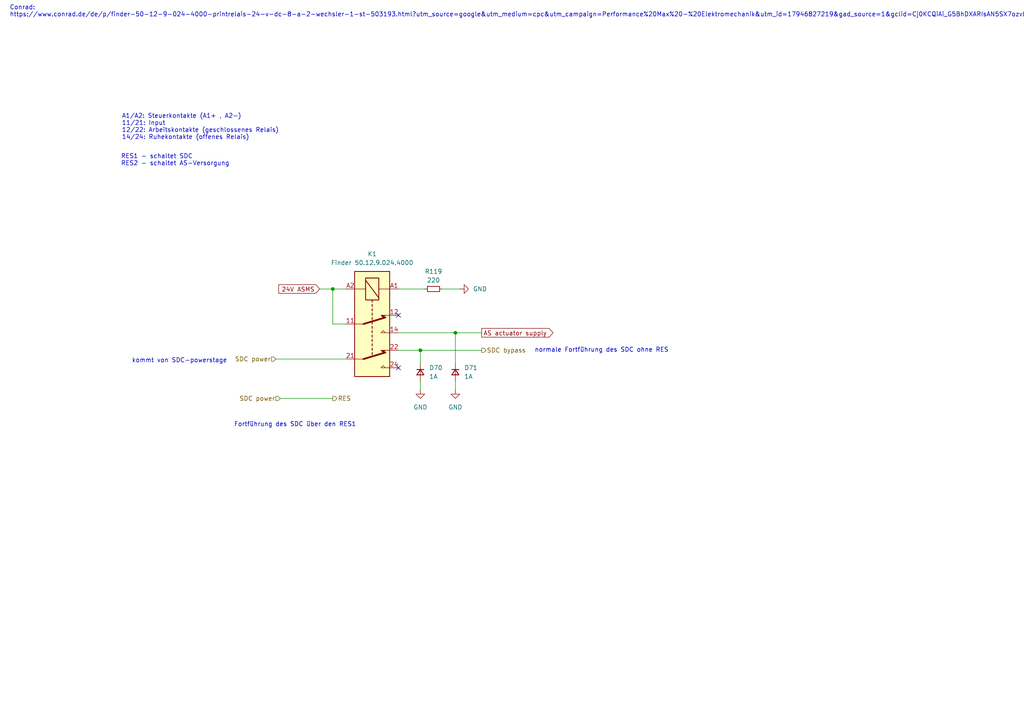
<source format=kicad_sch>
(kicad_sch (version 20231120) (generator "eeschema") (generator_version "8.0")
  (paper "A4")
  (title_block (title "PDU FT25") (date "2024-11-23") (rev "V1.1") (company "Janek Herm") (comment 1 "FaSTTUBe Electronics"))
  (lib_symbols
    (symbol "Device:D_Small" (pin_numbers hide) (pin_names (offset 0.254) hide)
      (property "Reference" "D" (at -1.27 2.032 0))
      (property "Value" "D_Small" (at -3.81 -2.032 0))
      (symbol "D_Small_0_1"
        (polyline (pts (xy -0.762 -1.016) (xy -0.762 1.016)) (stroke (width 0.254)))
        (polyline (pts (xy -0.762 0) (xy 0.762 0)))
        (polyline (pts (xy 0.762 -1.016) (xy -0.762 0) (xy 0.762 1.016) (xy 0.762 -1.016)) (stroke (width 0.254)))
      )
      (symbol "D_Small_1_1"
        (pin passive line (at -2.54 0 0) (length 1.778) (name "K") (number "1"))
        (pin passive line (at 2.54 0 180) (length 1.778) (name "A") (number "2"))
      )
    )
    (symbol "Device:R_Small" (pin_numbers hide) (pin_names (offset 0.254) hide)
      (property "Reference" "R" (at 0.762 0.508 0))
      (property "Value" "R_Small" (at 0.762 -1.016 0))
      (symbol "R_Small_0_1"
        (rectangle (start -0.762 1.778) (end 0.762 -1.778) (stroke (width 0.2032)))
      )
      (symbol "R_Small_1_1"
        (pin passive line (at 0 2.54 270) (length 0.762) (name "~") (number "1"))
        (pin passive line (at 0 -2.54 90) (length 0.762) (name "~") (number "2"))
      )
    )
    (symbol "Relay:Relay_DPDT"
      (property "Reference" "K" (at 16.51 3.81 0))
      (property "Value" "Relay_DPDT" (at 16.51 1.27 0))
      (symbol "Relay_DPDT_0_1"
        (rectangle (start -15.24 5.08) (end 15.24 -5.08) (stroke (width 0.254)) (fill (type background)))
        (rectangle (start -13.335 1.905) (end -6.985 -1.905) (stroke (width 0.254)))
        (polyline (pts (xy -12.7 -1.905) (xy -7.62 1.905)) (stroke (width 0.254)))
        (polyline (pts (xy -10.16 -5.08) (xy -10.16 -1.905)))
        (polyline (pts (xy -10.16 5.08) (xy -10.16 1.905)))
        (polyline (pts (xy -6.985 0) (xy -6.35 0)) (stroke (width 0.254)))
        (polyline (pts (xy -5.715 0) (xy -5.08 0)) (stroke (width 0.254)))
        (polyline (pts (xy -4.445 0) (xy -3.81 0)) (stroke (width 0.254)))
        (polyline (pts (xy -3.175 0) (xy -2.54 0)) (stroke (width 0.254)))
        (polyline (pts (xy -1.905 0) (xy -1.27 0)) (stroke (width 0.254)))
        (polyline (pts (xy -0.635 0) (xy 0 0)) (stroke (width 0.254)))
        (polyline (pts (xy 0 -2.54) (xy -1.905 3.81)) (stroke (width 0.508)))
        (polyline (pts (xy 0 -2.54) (xy 0 -5.08)))
        (polyline (pts (xy 0.635 0) (xy 1.27 0)) (stroke (width 0.254)))
        (polyline (pts (xy 1.905 0) (xy 2.54 0)) (stroke (width 0.254)))
        (polyline (pts (xy 3.175 0) (xy 3.81 0)) (stroke (width 0.254)))
        (polyline (pts (xy 4.445 0) (xy 5.08 0)) (stroke (width 0.254)))
        (polyline (pts (xy 5.715 0) (xy 6.35 0)) (stroke (width 0.254)))
        (polyline (pts (xy 6.985 0) (xy 7.62 0)) (stroke (width 0.254)))
        (polyline (pts (xy 8.255 0) (xy 8.89 0)) (stroke (width 0.254)))
        (polyline (pts (xy 10.16 -2.54) (xy 8.255 3.81)) (stroke (width 0.508)))
        (polyline (pts (xy 10.16 -2.54) (xy 10.16 -5.08)))
        (polyline (pts (xy -2.54 5.08) (xy -2.54 2.54) (xy -1.905 3.175) (xy -2.54 3.81)) (fill (type outline)))
        (polyline (pts (xy 2.54 5.08) (xy 2.54 2.54) (xy 1.905 3.175) (xy 2.54 3.81)))
        (polyline (pts (xy 7.62 5.08) (xy 7.62 2.54) (xy 8.255 3.175) (xy 7.62 3.81)) (fill (type outline)))
        (polyline (pts (xy 12.7 5.08) (xy 12.7 2.54) (xy 12.065 3.175) (xy 12.7 3.81)))
      )
      (symbol "Relay_DPDT_1_1"
        (pin passive line (at 0 -7.62 90) (length 2.54) (name "~") (number "11"))
        (pin passive line (at -2.54 7.62 270) (length 2.54) (name "~") (number "12"))
        (pin passive line (at 2.54 7.62 270) (length 2.54) (name "~") (number "14"))
        (pin passive line (at 10.16 -7.62 90) (length 2.54) (name "~") (number "21"))
        (pin passive line (at 7.62 7.62 270) (length 2.54) (name "~") (number "22"))
        (pin passive line (at 12.7 7.62 270) (length 2.54) (name "~") (number "24"))
        (pin passive line (at -10.16 7.62 270) (length 2.54) (name "~") (number "A1"))
        (pin passive line (at -10.16 -7.62 90) (length 2.54) (name "~") (number "A2"))
      )
    )
    (symbol "power:GND" (power) (pin_numbers hide) (pin_names (offset 0) hide)
      (property "Value" "GND" (at 0 -3.81 0))
      (symbol "GND_0_1"
        (polyline (pts (xy 0 0) (xy 0 -1.27) (xy 1.27 -1.27) (xy 0 -2.54) (xy -1.27 -1.27) (xy 0 -1.27)))
      )
      (symbol "GND_1_1"
        (pin power_in line (at 0 0 270) (length 0) (name "~") (number "1"))
      )
    )
  )
  (junction (at 121.92 101.6))
  (junction (at 96.52 83.82))
  (junction (at 132.08 96.52))
  (no_connect (at 115.57 91.44))
  (no_connect (at 115.57 106.68))
  (wire (pts (xy 132.08 96.52) (xy 139.7 96.52)))
  (wire (pts (xy 128.27 83.82) (xy 133.35 83.82)))
  (wire (pts (xy 132.08 96.52) (xy 132.08 105.41)))
  (wire (pts (xy 132.08 110.49) (xy 132.08 113.03)))
  (wire (pts (xy 80.01 104.14) (xy 100.33 104.14)))
  (wire (pts (xy 115.57 101.6) (xy 121.92 101.6)))
  (wire (pts (xy 115.57 83.82) (xy 123.19 83.82)))
  (wire (pts (xy 115.57 96.52) (xy 132.08 96.52)))
  (wire (pts (xy 121.92 101.6) (xy 139.7 101.6)))
  (wire (pts (xy 96.52 83.82) (xy 96.52 93.98)))
  (wire (pts (xy 121.92 101.6) (xy 121.92 105.41)))
  (wire (pts (xy 96.52 83.82) (xy 92.71 83.82)))
  (wire (pts (xy 96.52 93.98) (xy 100.33 93.98)))
  (wire (pts (xy 121.92 110.49) (xy 121.92 113.03)))
  (wire (pts (xy 100.33 83.82) (xy 96.52 83.82)))
  (wire (pts (xy 81.28 115.57) (xy 96.52 115.57)))
  (text "normale Fortführung des SDC ohne RES" (at 174.498 101.6 0) (effects (font (size 1.27 1.27) (thickness 0.1588))))
  (text "Fortführung des SDC über den RES1" (at 85.598 123.19 0) (effects (font (size 1.27 1.27) (thickness 0.1588))))
  (text "RES1 - schaltet SDC\nRES2 - schaltet AS-Versorgung" (at 35.052 46.482 0) (effects (font (size 1.27 1.27)) (justify left)))
  (text "kommt von SDC-powerstage" (at 52.07 104.648 0) (effects (font (size 1.27 1.27))))
  (text "A1/A2: Steuerkontakte (A1+ , A2-)\n11/21: Input\n12/22: Arbeitskontakte (geschlossenes Relais)\n14/24: Ruhekontakte (offenes Relais)" (at 35.306 36.83 0) (effects (font (size 1.27 1.27)) (justify left)))
  (text "Conrad:\nhttps://www.conrad.de/de/p/finder-50-12-9-024-4000-printrelais-24-v-dc-8-a-2-wechsler-1-st-503193.html?utm_source=google&utm_medium=cpc&utm_campaign=Performance%20Max%20-%20Elektromechanik&utm_id=17946827219&gad_source=1&gclid=Cj0KCQiAi_G5BhDXARIsAN5SX7ozvbyzbNAUnu7ULPQTyRg7aDxVNaZ2DbTGICJ_7DeLlrEXfXyp2XEaApkXEALw_wcB" (at 2.794 3.302 0) (effects (font (size 1.27 1.27)) (justify left)))
  (global_label "AS actuator supply" (shape output) (at 139.7 96.52 0) (property "Intersheetrefs" "${INTERSHEET_REFS}" (effects (hide yes))))
  (global_label "24V ASMS" (shape input) (at 92.71 83.82 180) (property "Intersheetrefs" "${INTERSHEET_REFS}" (effects (hide yes))))
  (hierarchical_label "SDC power" (shape input) (at 81.28 115.57 180))
  (hierarchical_label "SDC bypass" (shape output) (at 139.7 101.6 0))
  (hierarchical_label "RES" (shape output) (at 96.52 115.57 0))
  (hierarchical_label "SDC power" (shape input) (at 80.01 104.14 180))
  (symbol (lib_id "Device:R_Small") (at 125.73 83.82 90) (unit 1)
    (property "Reference" "R119" (at 125.73 78.74 90))
    (property "Value" "220" (at 125.73 81.28 90))
    (property "Footprint" "Resistor_SMD:R_0603_1608Metric" (effects (hide yes)))
    (property "Description" "Resistor, small symbol" (effects (hide yes)))
  )
  (symbol (lib_id "Device:D_Small") (at 132.08 107.95 270) (unit 1)
    (property "Reference" "D71" (at 134.62 106.6799 90) (effects (justify left)))
    (property "Value" "1A" (at 134.62 109.2199 90) (effects (justify left)))
    (property "Footprint" "Diode_SMD:D_SOD-123F" (effects (hide yes)))
    (property "Datasheet" "https://www.mouser.de/datasheet/2/389/stpst1h100-3107187.pdf" (effects (hide yes)))
    (property "Description" "Diode, small symbol" (effects (hide yes)))
    (property "Sim.Device" "D" (effects (hide yes)))
    (property "Sim.Pins" "1=K 2=A" (effects (hide yes)))
  )
  (symbol (lib_id "Relay:Relay_DPDT") (at 107.95 93.98 270) (unit 1)
    (property "Reference" "K1" (at 107.95 73.66 90))
    (property "Value" "Finder 50.12.9.024.4000" (at 107.95 76.2 90))
    (property "Footprint" "Relay_THT:Relay_DPDT_Finder_40.52" (effects (hide yes)))
    (property "Datasheet" "https://asset.conrad.com/media10/add/160267/c1/-/de/000503193DS01/datenblatt-503193-finder-501290244000-printrelais-24-vdc-8-a-2-wechsler-1-st.pdf" (effects (hide yes)))
    (property "Description" "24 V/DC 8 A 2 Wechsler" (effects (hide yes)))
  )
  (symbol (lib_id "power:GND") (at 133.35 83.82 90) (unit 1)
    (property "Reference" "#PWR0178" (effects (hide yes)))
    (property "Value" "GND" (at 137.16 83.8199 90) (effects (justify right)))
    (property "Description" "Power symbol creates a global label with name \"GND\" , ground" (effects (hide yes)))
  )
  (symbol (lib_id "Device:D_Small") (at 121.92 107.95 270) (unit 1)
    (property "Reference" "D70" (at 124.46 106.6799 90) (effects (justify left)))
    (property "Value" "1A" (at 124.46 109.2199 90) (effects (justify left)))
    (property "Footprint" "Diode_SMD:D_SOD-123F" (effects (hide yes)))
    (property "Datasheet" "https://www.mouser.de/datasheet/2/389/stpst1h100-3107187.pdf" (effects (hide yes)))
    (property "Description" "Diode, small symbol" (effects (hide yes)))
    (property "Sim.Device" "D" (effects (hide yes)))
    (property "Sim.Pins" "1=K 2=A" (effects (hide yes)))
  )
  (symbol (lib_id "power:GND") (at 132.08 113.03 0) (unit 1)
    (property "Reference" "#PWR0202" (effects (hide yes)))
    (property "Value" "GND" (at 132.08 118.11 0))
    (property "Description" "Power symbol creates a global label with name \"GND\" , ground" (effects (hide yes)))
  )
  (symbol (lib_id "power:GND") (at 121.92 113.03 0) (unit 1)
    (property "Reference" "#PWR0201" (effects (hide yes)))
    (property "Value" "GND" (at 121.92 118.11 0))
    (property "Description" "Power symbol creates a global label with name \"GND\" , ground" (effects (hide yes)))
  )
)
</source>
